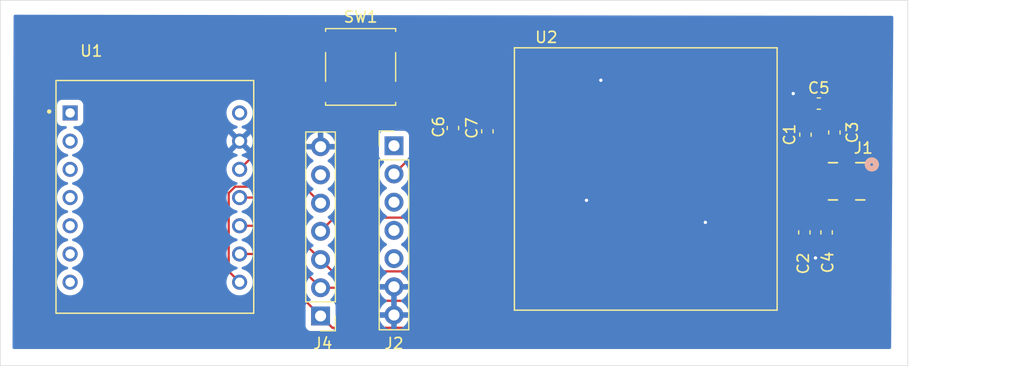
<source format=kicad_pcb>
(kicad_pcb (version 20240108) (generator "pcbnew") (generator_version "8.0")
  (layers (0 "F.Cu" signal) (31 "B.Cu" power) (34 "B.Paste" user) (35 "F.Paste" user) (36 "B.SilkS" user "B.Silkscreen") (37 "F.SilkS" user "F.Silkscreen") (38 "B.Mask" user) (39 "F.Mask" user) (44 "Edge.Cuts" user))
  (net 0 "")
  (net 1 "GND")
  (net 2 "Net-(J1-SIGNAL)")
  (net 3 "Net-(C2-Pad2)")
  (net 4 "Net-(U2-ANT1)")
  (net 5 "Net-(U2-NRESET)")
  (net 6 "+3.3V")
  (net 7 "+VDC")
  (net 8 "-VDC")
  (net 9 "+BATT")
  (net 10 "+5V")
  (net 11 "/EN_13")
  (net 12 "/COMMS_SPI_MISO")
  (net 13 "/COMMS_SPI_CK")
  (net 14 "/COMMS_SPI_MOSI")
  (net 15 "/EN_14")
  (net 16 "/EN_15")
  (net 26 "Net-(SW1-A)")
  (footprint "Capacitor_SMD:C_0603_1608Metric_Pad1.08x0.95mm_HandSolder" (layer "F.Cu") (at 131.2 87.7 90)
    (property "Reference" "C1" (at 0 -1.43 270) (layer "F.SilkS"))
    (property "Value" "82pF")
    (fp_line (start -0.146267 -0.51) (end 0.146267 -0.51) (stroke (width 0.12)) (layer "F.SilkS"))
    (fp_line (start -0.146267 0.51) (end 0.146267 0.51) (stroke (width 0.12)) (layer "F.SilkS"))
    (pad "1" smd roundrect (at -0.8625 0 90) (size 1.075 0.95) (layers "F.Cu" "F.Paste" "F.Mask") (net 2 "Net-(J1-SIGNAL)"))
    (pad "2" smd roundrect (at 0.8625 0 90) (size 1.075 0.95) (layers "F.Cu" "F.Paste" "F.Mask") (net 1 "GND"))
  )
  (footprint "Connector_PinHeader_2.54mm:PinHeader_1x07_P2.54mm_Vertical" (layer "F.Cu") (at 94.2 88.7)
    (property "Reference" "J2" (at 0 17.8 360) (layer "F.SilkS"))
    (property "Value" "Conn_01x07_Socket")
    (fp_line (start -1.33 -1.33) (end 0 -1.33) (stroke (width 0.12)) (layer "F.SilkS"))
    (fp_line (start -1.33 0) (end -1.33 -1.33) (stroke (width 0.12)) (layer "F.SilkS"))
    (fp_line (start -1.33 1.27) (end -1.33 16.57) (stroke (width 0.12)) (layer "F.SilkS"))
    (fp_line (start -1.33 1.27) (end 1.33 1.27) (stroke (width 0.12)) (layer "F.SilkS"))
    (fp_line (start -1.33 16.57) (end 1.33 16.57) (stroke (width 0.12)) (layer "F.SilkS"))
    (fp_line (start 1.33 1.27) (end 1.33 16.57) (stroke (width 0.12)) (layer "F.SilkS"))
    (pad "1" thru_hole rect (at 0 0) (size 1.7 1.7) (drill 1) (layers "*.Cu" "*.Mask") (net 10 "+5V"))
    (pad "2" thru_hole oval (at 0 2.54) (size 1.7 1.7) (drill 1) (layers "*.Cu" "*.Mask") (net 6 "+3.3V"))
    (pad "3" thru_hole oval (at 0 5.08) (size 1.7 1.7) (drill 1) (layers "*.Cu" "*.Mask") (net 9 "+BATT"))
    (pad "4" thru_hole oval (at 0 7.62) (size 1.7 1.7) (drill 1) (layers "*.Cu" "*.Mask") (net 7 "+VDC"))
    (pad "5" thru_hole oval (at 0 10.16) (size 1.7 1.7) (drill 1) (layers "*.Cu" "*.Mask") (net 8 "-VDC"))
    (pad "6" thru_hole oval (at 0 12.7) (size 1.7 1.7) (drill 1) (layers "*.Cu" "*.Mask") (net 1 "GND"))
    (pad "7" thru_hole oval (at 0 15.24) (size 1.7 1.7) (drill 1) (layers "*.Cu" "*.Mask") (net 1 "GND"))
  )
  (footprint "Capacitor_SMD:C_0603_1608Metric_Pad1.08x0.95mm_HandSolder" (layer "F.Cu") (at 99.5 87.1 -90)
    (property "Reference" "C6" (at -0.1 1.3 90) (layer "F.SilkS"))
    (property "Value" "0uF")
    (fp_line (start -0.146267 0.51) (end 0.146267 0.51) (stroke (width 0.12)) (layer "F.SilkS"))
    (fp_line (start -0.146267 -0.51) (end 0.146267 -0.51) (stroke (width 0.12)) (layer "F.SilkS"))
    (pad "1" smd roundrect (at -0.8625 0 270) (size 1.075 0.95) (layers "F.Cu" "F.Paste" "F.Mask") (net 6 "+3.3V"))
    (pad "2" smd roundrect (at 0.8625 0 270) (size 1.075 0.95) (layers "F.Cu" "F.Paste" "F.Mask") (net 1 "GND"))
  )
  (footprint "Capacitor_SMD:C_0603_1608Metric_Pad1.08x0.95mm_HandSolder" (layer "F.Cu") (at 102.6 87.4 -90)
    (property "Reference" "C7" (at -0.3 1.4 90) (layer "F.SilkS"))
    (property "Value" "10uF")
    (fp_line (start -0.146267 0.51) (end 0.146267 0.51) (stroke (width 0.12)) (layer "F.SilkS"))
    (fp_line (start -0.146267 -0.51) (end 0.146267 -0.51) (stroke (width 0.12)) (layer "F.SilkS"))
    (pad "1" smd roundrect (at -0.8625 0 270) (size 1.075 0.95) (layers "F.Cu" "F.Paste" "F.Mask") (net 6 "+3.3V"))
    (pad "2" smd roundrect (at 0.8625 0 270) (size 1.075 0.95) (layers "F.Cu" "F.Paste" "F.Mask") (net 1 "GND"))
  )
  (footprint "Capacitor_SMD:C_0603_1608Metric_Pad1.08x0.95mm_HandSolder" (layer "F.Cu") (at 133.8 87.5 -90)
    (property "Reference" "C3" (at 0 -1.6 90) (layer "F.SilkS"))
    (property "Value" "6.8pF")
    (fp_line (start -0.146267 0.51) (end 0.146267 0.51) (stroke (width 0.12)) (layer "F.SilkS"))
    (fp_line (start -0.146267 -0.51) (end 0.146267 -0.51) (stroke (width 0.12)) (layer "F.SilkS"))
    (pad "1" smd roundrect (at -0.8625 0 270) (size 1.075 0.95) (layers "F.Cu" "F.Paste" "F.Mask") (net 4 "Net-(U2-ANT1)"))
    (pad "2" smd roundrect (at 0.8625 0 270) (size 1.075 0.95) (layers "F.Cu" "F.Paste" "F.Mask") (net 2 "Net-(J1-SIGNAL)"))
  )
  (footprint "Connector_PinHeader_2.54mm:PinHeader_1x07_P2.54mm_Vertical" (layer "F.Cu") (at 87.6 104.025 180)
    (property "Reference" "J4" (at -0.2 -2.475 180) (layer "F.SilkS"))
    (property "Value" "Conn_01x07_Socket")
    (fp_line (start 1.33 1.27) (end 1.33 16.57) (stroke (width 0.12)) (layer "F.SilkS"))
    (fp_line (start -1.33 16.57) (end 1.33 16.57) (stroke (width 0.12)) (layer "F.SilkS"))
    (fp_line (start -1.33 1.27) (end 1.33 1.27) (stroke (width 0.12)) (layer "F.SilkS"))
    (fp_line (start -1.33 1.27) (end -1.33 16.57) (stroke (width 0.12)) (layer "F.SilkS"))
    (fp_line (start -1.33 0) (end -1.33 -1.33) (stroke (width 0.12)) (layer "F.SilkS"))
    (fp_line (start -1.33 -1.33) (end 0 -1.33) (stroke (width 0.12)) (layer "F.SilkS"))
    (pad "1" thru_hole rect (at 0 0 180) (size 1.7 1.7) (drill 1) (layers "*.Cu" "*.Mask") (net 13 "/COMMS_SPI_CK"))
    (pad "2" thru_hole oval (at 0 2.54 180) (size 1.7 1.7) (drill 1) (layers "*.Cu" "*.Mask") (net 12 "/COMMS_SPI_MISO"))
    (pad "3" thru_hole oval (at 0 5.08 180) (size 1.7 1.7) (drill 1) (layers "*.Cu" "*.Mask") (net 14 "/COMMS_SPI_MOSI"))
    (pad "4" thru_hole oval (at 0 7.62 180) (size 1.7 1.7) (drill 1) (layers "*.Cu" "*.Mask") (net 16 "/EN_15"))
    (pad "5" thru_hole oval (at 0 10.16 180) (size 1.7 1.7) (drill 1) (layers "*.Cu" "*.Mask") (net 11 "/EN_13"))
    (pad "6" thru_hole oval (at 0 12.7 180) (size 1.7 1.7) (drill 1) (layers "*.Cu" "*.Mask") (net 15 "/EN_14"))
    (pad "7" thru_hole oval (at 0 15.24 180) (size 1.7 1.7) (drill 1) (layers "*.Cu" "*.Mask") (net 1 "GND"))
  )
  (footprint "Capacitor_SMD:C_0603_1608Metric_Pad1.08x0.95mm_HandSolder" (layer "F.Cu") (at 131.1 96.5 -90)
    (property "Reference" "C4" (at 2.7 -2.1 90) (layer "F.SilkS"))
    (property "Value" "1uF")
    (fp_line (start -0.146267 0.51) (end 0.146267 0.51) (stroke (width 0.12)) (layer "F.SilkS"))
    (fp_line (start -0.146267 -0.51) (end 0.146267 -0.51) (stroke (width 0.12)) (layer "F.SilkS"))
    (pad "1" smd roundrect (at -0.8625 0 270) (size 1.075 0.95) (layers "F.Cu" "F.Paste" "F.Mask") (net 5 "Net-(U2-NRESET)"))
    (pad "2" smd roundrect (at 0.8625 0 270) (size 1.075 0.95) (layers "F.Cu" "F.Paste" "F.Mask") (net 1 "GND"))
  )
  (footprint "Button_Switch_SMD:SW_SPST_B3S-1000" (layer "F.Cu") (at 91.2 81.6)
    (property "Reference" "SW1" (at 0 -4.5 0) (layer "F.SilkS"))
    (property "Value" "SW_SPST")
    (fp_line (start -3.15 -3.45) (end 3.15 -3.45) (stroke (width 0.12)) (layer "F.SilkS"))
    (fp_line (start -3.15 -3.2) (end -3.15 -3.45) (stroke (width 0.12)) (layer "F.SilkS"))
    (fp_line (start -3.15 1.3) (end -3.15 -1.3) (stroke (width 0.12)) (layer "F.SilkS"))
    (fp_line (start -3.15 3.45) (end -3.15 3.2) (stroke (width 0.12)) (layer "F.SilkS"))
    (fp_line (start 3.15 -3.45) (end 3.15 -3.2) (stroke (width 0.12)) (layer "F.SilkS"))
    (fp_line (start 3.15 -1.3) (end 3.15 1.3) (stroke (width 0.12)) (layer "F.SilkS"))
    (fp_line (start 3.15 3.2) (end 3.15 3.45) (stroke (width 0.12)) (layer "F.SilkS"))
    (fp_line (start 3.15 3.45) (end -3.15 3.45) (stroke (width 0.12)) (layer "F.SilkS"))
    (pad "1" smd rect (at -3.975 -2.25) (size 1.55 1.3) (layers "F.Cu" "F.Paste" "F.Mask") (net 26 "Net-(SW1-A)"))
    (pad "1" smd rect (at 3.975 -2.25) (size 1.55 1.3) (layers "F.Cu" "F.Paste" "F.Mask") (net 26 "Net-(SW1-A)"))
    (pad "2" smd rect (at -3.975 2.25) (size 1.55 1.3) (layers "F.Cu" "F.Paste" "F.Mask") (net 6 "+3.3V"))
    (pad "2" smd rect (at 3.975 2.25) (size 1.55 1.3) (layers "F.Cu" "F.Paste" "F.Mask") (net 6 "+3.3V"))
  )
  (footprint "CONMHF1_SMD_G_T:COAX3_CONMHF1-SMD-G-T_TEC" (layer "F.Cu") (at 134.9 91.9)
    (property "Reference" "J1" (at 1.5 -3 0) (layer "F.SilkS"))
    (property "Value" "CONMHF1-SMD-G-T")
    (fp_circle (center 2.2606 -1.5113) (end 2.6416 -1.5113) (stroke (width 0.508)) (fill none) (layer "B.SilkS"))
    (fp_line (start -1.6256 1.6764) (end -0.82804 1.6764) (stroke (width 0.1524)) (layer "F.SilkS"))
    (fp_line (start -0.82804 -1.6764) (end -1.6256 -1.6764) (stroke (width 0.1524)) (layer "F.SilkS"))
    (fp_line (start 0.82804 1.6764) (end 1.6256 1.6764) (stroke (width 0.1524)) (layer "F.SilkS"))
    (fp_line (start 1.6256 -1.6764) (end 0.82804 -1.6764) (stroke (width 0.1524)) (layer "F.SilkS"))
    (fp_arc (start 1.894109 -1.61544) (mid 2.313173 -1.888655) (end 2.6416 -1.5113) (stroke (width 0.508)) (layer "F.SilkS"))
    (fp_arc (start 2.6416 -1.5113) (mid 2.602589 -1.343358) (end 2.493545 -1.209808) (stroke (width 0.508)) (layer "F.SilkS"))
    (pad "1" smd rect (at 0 -1.5113) (size 0.9906 1.0414) (layers "F.Cu" "F.Paste" "F.Mask") (net 2 "Net-(J1-SIGNAL)"))
    (pad "2" smd rect (at -1.4732 0) (size 1.0414 2.2098) (layers "F.Cu" "F.Paste" "F.Mask") (net 3 "Net-(C2-Pad2)"))
    (pad "3" smd rect (at 1.4732 0) (size 1.0414 2.2098) (layers "F.Cu" "F.Paste" "F.Mask") (net 3 "Net-(C2-Pad2)"))
    (pad "4" smd rect (at 0 1.5113) (size 0.9906 1.0414) (layers "F.Cu" "F.Paste" "F.Mask") (net 3 "Net-(C2-Pad2)"))
  )
  (footprint "113991054:MODULE_113991054" (layer "F.Cu") (at 72.7 93.3)
    (property "Reference" "U1" (at -5.715 -13.135 360) (layer "F.SilkS"))
    (property "Value" "113991054")
    (fp_line (start -8.89 -10.4775) (end 8.89 -10.4775) (stroke (width 0.127)) (layer "F.SilkS"))
    (fp_line (start -8.89 10.4775) (end -8.89 -10.4775) (stroke (width 0.127)) (layer "F.SilkS"))
    (fp_line (start 8.89 -10.4775) (end 8.89 10.4775) (stroke (width 0.127)) (layer "F.SilkS"))
    (fp_line (start 8.89 10.4775) (end -8.89 10.4775) (stroke (width 0.127)) (layer "F.SilkS"))
    (fp_circle (center -9.5 -7.6835) (end -9.4 -7.6835) (stroke (width 0.2)) (fill none) (layer "F.SilkS"))
    (pad "1" thru_hole rect (at -7.62 -7.5565) (size 1.358 1.358) (drill 0.85) (layers "*.Cu" "*.Mask"))
    (pad "2" thru_hole circle (at -7.62 -5.0165) (size 1.358 1.358) (drill 0.85) (layers "*.Cu" "*.Mask"))
    (pad "3" thru_hole circle (at -7.62 -2.4765) (size 1.358 1.358) (drill 0.85) (layers "*.Cu" "*.Mask"))
    (pad "4" thru_hole circle (at -7.62 0.0635) (size 1.358 1.358) (drill 0.85) (layers "*.Cu" "*.Mask"))
    (pad "5" thru_hole circle (at -7.62 2.6035) (size 1.358 1.358) (drill 0.85) (layers "*.Cu" "*.Mask"))
    (pad "6" thru_hole circle (at -7.62 5.1435) (size 1.358 1.358) (drill 0.85) (layers "*.Cu" "*.Mask"))
    (pad "7" thru_hole circle (at -7.62 7.6835) (size 1.358 1.358) (drill 0.85) (layers "*.Cu" "*.Mask"))
    (pad "8" thru_hole circle (at 7.62 7.6835) (size 1.358 1.358) (drill 0.85) (layers "*.Cu" "*.Mask") (net 11 "/EN_13"))
    (pad "9" thru_hole circle (at 7.62 5.1435) (size 1.358 1.358) (drill 0.85) (layers "*.Cu" "*.Mask") (net 13 "/COMMS_SPI_CK"))
    (pad "10" thru_hole circle (at 7.62 2.6035) (size 1.358 1.358) (drill 0.85) (layers "*.Cu" "*.Mask") (net 12 "/COMMS_SPI_MISO"))
    (pad "11" thru_hole circle (at 7.62 0.0635) (size 1.358 1.358) (drill 0.85) (layers "*.Cu" "*.Mask") (net 14 "/COMMS_SPI_MOSI"))
    (pad "12" thru_hole circle (at 7.62 -2.4765) (size 1.358 1.358) (drill 0.85) (layers "*.Cu" "*.Mask") (net 6 "+3.3V"))
    (pad "13" thru_hole circle (at 7.62 -5.0165) (size 1.358 1.358) (drill 0.85) (layers "*.Cu" "*.Mask") (net 1 "GND"))
    (pad "14" thru_hole circle (at 7.62 -7.5565) (size 1.358 1.358) (drill 0.85) (layers "*.Cu" "*.Mask"))
  )
  (footprint "MTXDOT-NA1-A00-1:XCVR_MTXDOT-NA1-A00-1" (layer "F.Cu") (at 116.84 91.69)
    (property "Reference" "U2" (at -8.93915 -12.75521 0) (layer "F.SilkS") (effects (font (size 1.001591 1.001591))))
    (property "Value" "MTXDOT-NA1-A00-1")
    (fp_line (start -11.81 -11.81) (end 11.81 -11.81) (stroke (width 0.127)) (layer "F.SilkS"))
    (fp_line (start -11.81 11.81) (end -11.81 -11.81) (stroke (width 0.127)) (layer "F.SilkS"))
    (fp_line (start 11.81 -11.81) (end 11.81 11.81) (stroke (width 0.127)) (layer "F.SilkS"))
    (fp_line (start 11.81 11.81) (end -11.81 11.81) (stroke (width 0.127)) (layer "F.SilkS"))
    (pad "1" smd rect (at -10.68 -9.79) (size 0.99 2.51) (layers "F.Cu" "F.Paste" "F.Mask") (net 1 "GND"))
    (pad "2" smd rect (at -10.68 -7.12) (size 0.75 0.75) (layers "F.Cu" "F.Paste" "F.Mask"))
    (pad "3" smd rect (at -10.68 -5.34) (size 0.75 0.75) (layers "F.Cu" "F.Paste" "F.Mask") (net 6 "+3.3V"))
    (pad "4" smd rect (at -10.68 -3.56) (size 0.75 0.75) (layers "F.Cu" "F.Paste" "F.Mask") (net 6 "+3.3V"))
    (pad "5" smd rect (at -10.68 -1.78) (size 0.75 0.75) (layers "F.Cu" "F.Paste" "F.Mask") (net 1 "GND"))
    (pad "6" smd rect (at -10.67 0) (size 0.75 0.75) (layers "F.Cu" "F.Paste" "F.Mask"))
    (pad "7" smd rect (at -10.67 1.78) (size 0.75 0.75) (layers "F.Cu" "F.Paste" "F.Mask"))
    (pad "8" smd rect (at -10.67 3.56) (size 0.75 0.75) (layers "F.Cu" "F.Paste" "F.Mask"))
    (pad "9" smd rect (at -10.67 5.34) (size 0.75 0.75) (layers "F.Cu" "F.Paste" "F.Mask") (net 16 "/EN_15"))
    (pad "10" smd rect (at -10.67 7.12) (size 0.75 0.75) (layers "F.Cu" "F.Paste" "F.Mask") (net 13 "/COMMS_SPI_CK"))
    (pad "11" smd rect (at -10.67 8.9) (size 0.75 0.75) (layers "F.Cu" "F.Paste" "F.Mask") (net 14 "/COMMS_SPI_MOSI"))
    (pad "12" smd rect (at -10.68 10.67) (size 0.75 0.75) (layers "F.Cu" "F.Paste" "F.Mask") (net 12 "/COMMS_SPI_MISO"))
    (pad "13" smd rect (at -8.9 10.67) (size 0.75 0.75) (layers "F.Cu" "F.Paste" "F.Mask"))
    (pad "14" smd rect (at -7.12 10.67) (size 0.75 0.75) (layers "F.Cu" "F.Paste" "F.Mask"))
    (pad "15" smd rect (at -5.34 10.67) (size 0.75 0.75) (layers "F.Cu" "F.Paste" "F.Mask"))
    (pad "16" smd rect (at -3.56 10.67) (size 0.75 0.75) (layers "F.Cu" "F.Paste" "F.Mask"))
    (pad "17" smd rect (at -1.78 10.67) (size 0.75 0.75) (layers "F.Cu" "F.Paste" "F.Mask") (net 1 "GND"))
    (pad "18" smd rect (at 0 10.67) (size 0.75 0.75) (layers "F.Cu" "F.Paste" "F.Mask"))
    (pad "19" smd rect (at 1.78 10.67) (size 0.75 0.75) (layers "F.Cu" "F.Paste" "F.Mask"))
    (pad "20" smd rect (at 3.56 10.67) (size 0.75 0.75) (layers "F.Cu" "F.Paste" "F.Mask") (net 1 "GND"))
    (pad "21" smd rect (at 5.34 10.67) (size 0.75 0.75) (layers "F.Cu" "F.Paste" "F.Mask"))
    (pad "22" smd rect (at 7.12 10.67) (size 0.75 0.75) (layers "F.Cu" "F.Paste" "F.Mask"))
    (pad "23" smd rect (at 8.9 10.67) (size 0.75 0.75) (layers "F.Cu" "F.Paste" "F.Mask"))
    (pad "24" smd rect (at 10.68 10.67) (size 0.75 0.75) (layers "F.Cu" "F.Paste" "F.Mask"))
    (pad "25" smd rect (at 10.68 8.9) (size 0.75 0.75) (layers "F.Cu" "F.Paste" "F.Mask"))
    (pad "26" smd rect (at 10.68 7.12) (size 0.75 0.75) (layers "F.Cu" "F.Paste" "F.Mask"))
    (pad "27" smd rect (at 10.68 5.33) (size 0.75 0.75) (layers "F.Cu" "F.Paste" "F.Mask"))
    (pad "28" smd rect (at 10.68 3.56) (size 0.75 0.75) (layers "F.Cu" "F.Paste" "F.Mask"))
    (pad "29" smd rect (at 10.68 1.78) (size 0.75 0.75) (layers "F.Cu" "F.Paste" "F.Mask"))
    (pad "30" smd rect (at 10.67 0) (size 0.75 0.75) (layers "F.Cu" "F.Paste" "F.Mask"))
    (pad "31" smd rect (at 10.67 -1.78) (size 0.75 0.75) (layers "F.Cu" "F.Paste" "F.Mask"))
    (pad "32" smd rect (at 10.67 -3.56) (size 0.75 0.75) (layers "F.Cu" "F.Paste" "F.Mask"))
    (pad "33" smd rect (at 10.67 -5.34) (size 0.75 0.75) (layers "F.Cu" "F.Paste" "F.Mask") (net 5 "Net-(U2-NRESET)"))
    (pad "34" smd rect (at 10.67 -7.12) (size 0.75 0.75) (layers "F.Cu" "F.Paste" "F.Mask") (net 26 "Net-(SW1-A)"))
    (pad "35" smd rect (at 10.67 -8.9) (size 0.75 0.75) (layers "F.Cu" "F.Paste" "F.Mask") (net 1 "GND"))
    (pad "36" smd rect (at 10.67 -10.68) (size 0.75 0.75) (layers "F.Cu" "F.Paste" "F.Mask") (net 1 "GND"))
    (pad "37" smd rect (at 8.9 -10.68) (size 0.75 0.75) (layers "F.Cu" "F.Paste" "F.Mask") (net 4 "Net-(U2-ANT1)"))
    (pad "38" smd rect (at 7.12 -10.68) (size 0.75 0.75) (layers "F.Cu" "F.Paste" "F.Mask") (net 1 "GND"))
    (pad "39" smd rect (at 5.34 -10.68) (size 0.75 0.75) (layers "F.Cu" "F.Paste" "F.Mask") (net 1 "GND"))
    (pad "40" smd rect (at 3.56 -10.68) (size 0.75 0.75) (layers "F.Cu" "F.Paste" "F.Mask") (net 1 "GND"))
    (pad "41" smd rect (at 1.78 -10.68) (size 0.75 0.75) (layers "F.Cu" "F.Paste" "F.Mask") (net 1 "GND"))
    (pad "42" smd rect (at 0 -10.67) (size 0.75 0.75) (layers "F.Cu" "F.Paste" "F.Mask") (net 1 "GND"))
    (pad "43" smd rect (at -1.78 -10.67) (size 0.75 0.75) (layers "F.Cu" "F.Paste" "F.Mask") (net 1 "GND"))
    (pad "44" smd rect (at -3.56 -10.67) (size 0.75 0.75) (layers "F.Cu" "F.Paste" "F.Mask") (net 1 "GND"))
    (pad "45" smd rect (at -5.34 -10.67) (size 0.75 0.75) (layers "F.Cu" "F.Paste" "F.Mask") (net 1 "GND"))
    (pad "46" smd rect (at -7.12 -10.67) (size 0.75 0.75) (layers "F.Cu" "F.Paste" "F.Mask") (net 1 "GND"))
    (pad "47" smd rect (at -8.9 -10.67) (size 0.75 0.75) (layers "F.Cu" "F.Paste" "F.Mask"))
    (pad "48" smd rect (at 7.11 -8.89) (size 0.75 0.75) (layers "F.Cu" "F.Paste" "F.Mask") (net 1 "GND"))
    (pad "49" smd rect (at -7.11 -8.89) (size 0.75 0.75) (layers "F.Cu" "F.Paste" "F.Mask") (net 1 "GND"))
    (pad "50" smd rect (at -5.33 -5.33) (size 0.75 0.75) (layers "F.Cu" "F.Paste" "F.Mask") (net 1 "GND"))
    (pad "51" smd rect (at 0 -5.33) (size 0.75 0.75) (layers "F.Cu" "F.Paste" "F.Mask") (net 1 "GND"))
    (pad "52" smd rect (at 5.33 -5.33) (size 0.75 0.75) (layers "F.Cu" "F.Paste" "F.Mask") (net 1 "GND"))
    (pad "53" smd rect (at -5.33 0) (size 0.75 0.75) (layers "F.Cu" "F.Paste" "F.Mask") (net 1 "GND"))
    (pad "54" smd rect (at 0 0) (size 0.75 0.75) (layers "F.Cu" "F.Paste" "F.Mask") (net 1 "GND"))
    (pad "55" smd rect (at 5.33 0) (size 0.75 0.75) (layers "F.Cu" "F.Paste" "F.Mask") (net 1 "GND"))
    (pad "56" smd rect (at -5.33 5.33) (size 0.75 0.75) (layers "F.Cu" "F.Paste" "F.Mask") (net 1 "GND"))
    (pad "57" smd rect (at 0 5.33) (size 0.75 0.75) (layers "F.Cu" "F.Paste" "F.Mask") (net 1 "GND"))
    (pad "58" smd rect (at 5.33 5.33) (size 0.75 0.75) (layers "F.Cu" "F.Paste" "F.Mask") (net 1 "GND"))
  )
  (footprint "Capacitor_SMD:C_0603_1608Metric_Pad1.08x0.95mm_HandSolder" (layer "F.Cu") (at 132.4 84.9 180)
    (property "Reference" "C5" (at 0 1.4 180) (layer "F.SilkS"))
    (property "Value" "7.5pF")
    (fp_line (start -0.146267 0.51) (end 0.146267 0.51) (stroke (width 0.12)) (layer "F.SilkS"))
    (fp_line (start -0.146267 -0.51) (end 0.146267 -0.51) (stroke (width 0.12)) (layer "F.SilkS"))
    (pad "1" smd roundrect (at -0.8625 0 180) (size 1.075 0.95) (layers "F.Cu" "F.Paste" "F.Mask") (net 4 "Net-(U2-ANT1)"))
    (pad "2" smd roundrect (at 0.8625 0 180) (size 1.075 0.95) (layers "F.Cu" "F.Paste" "F.Mask") (net 1 "GND"))
  )
  (footprint "Capacitor_SMD:C_0603_1608Metric_Pad1.08x0.95mm_HandSolder" (layer "F.Cu") (at 133.1 96.5 90)
    (property "Reference" "C2" (at -2.8 -2.1 270) (layer "F.SilkS"))
    (property "Value" "4.7pF")
    (fp_line (start -0.146267 -0.51) (end 0.146267 -0.51) (stroke (width 0.12)) (layer "F.SilkS"))
    (fp_line (start -0.146267 0.51) (end 0.146267 0.51) (stroke (width 0.12)) (layer "F.SilkS"))
    (pad "1" smd roundrect (at -0.8625 0 90) (size 1.075 0.95) (layers "F.Cu" "F.Paste" "F.Mask") (net 1 "GND"))
    (pad "2" smd roundrect (at 0.8625 0 90) (size 1.075 0.95) (layers "F.Cu" "F.Paste" "F.Mask") (net 3 "Net-(C2-Pad2)"))
  )
  (gr_rect (start 58.8 75.6) (end 140.4 108.5) (stroke (width 0.05)) (fill none) (layer "Edge.Cuts"))
  (segment (start 109.72 81.02) (end 109.72 82.79) (width 0.2) (layer "F.Cu") (net 1))
  (segment (start 123.95 81.02) (end 123.96 81.01) (width 0.2) (layer "F.Cu") (net 1))
  (segment (start 106.16 81.9) (end 108.84 81.9) (width 0.2) (layer "F.Cu") (net 1))
  (segment (start 111.51 91.69) (end 111.51 93.61) (width 0.2) (layer "F.Cu") (net 1))
  (segment (start 127.51 81.01) (end 127.51 82.79) (width 0.2) (layer "F.Cu") (net 1))
  (segment (start 131.1 97.3625) (end 133.1 97.3625) (width 0.2) (layer "F.Cu") (net 1))
  (segment (start 116.84 86.36) (end 122.17 86.36) (width 0.2) (layer "F.Cu") (net 1))
  (segment (start 115.06 102.36) (end 115.06 98.8) (width 0.2) (layer "F.Cu") (net 1))
  (segment (start 131 84.9) (end 130.1 84) (width 0.2) (layer "F.Cu") (net 1))
  (segment (start 122.17 95.63) (end 122.2 95.6) (width 0.2) (layer "F.Cu") (net 1))
  (segment (start 120.4 98.79) (end 122.17 97.02) (width 0.2) (layer "F.Cu") (net 1))
  (segment (start 99.5 87.9625) (end 102.3 87.9625) (width 0.2) (layer "F.Cu") (net 1))
  (segment (start 111.51 86.36) (end 111.51 91.69) (width 0.2) (layer "F.Cu") (net 1))
  (segment (start 109.73 89.91) (end 111.51 91.69) (width 0.2) (layer "F.Cu") (net 1))
  (segment (start 111.51 97.02) (end 122.17 97.02) (width 0.2) (layer "F.Cu") (net 1))
  (segment (start 109.72 82.79) (end 109.73 82.8) (width 0.2) (layer "F.Cu") (net 1))
  (segment (start 106.16 89.91) (end 109.73 89.91) (width 0.2) (layer "F.Cu") (net 1))
  (segment (start 131.2 85.2375) (end 131.5375 84.9) (width 0.2) (layer "F.Cu") (net 1))
  (segment (start 109.73 82.8) (end 112.8 82.8) (width 0.2) (layer "F.Cu") (net 1))
  (segment (start 120.4 102.36) (end 120.4 98.79) (width 0.2) (layer "F.Cu") (net 1))
  (segment (start 116.84 91.69) (end 111.51 91.69) (width 0.2) (layer "F.Cu") (net 1))
  (segment (start 123.95 82.8) (end 123.95 81.02) (width 0.2) (layer "F.Cu") (net 1))
  (segment (start 102.6 88.2625) (end 104.5125 88.2625) (width 0.2) (layer "F.Cu") (net 1))
  (segment (start 131.1 97.3625) (end 131.1 97.8) (width 0.2) (layer "F.Cu") (net 1))
  (segment (start 123.95 82.8) (end 127.5 82.8) (width 0.2) (layer "F.Cu") (net 1))
  (segment (start 131.5375 84.9) (end 131 84.9) (width 0.2) (layer "F.Cu") (net 1))
  (segment (start 122.17 86.36) (end 122.17 91.69) (width 0.2) (layer "F.Cu") (net 1))
  (segment (start 122.17 91.69) (end 116.84 91.69) (width 0.2) (layer "F.Cu") (net 1))
  (segment (start 127.5 82.8) (end 127.51 82.79) (width 0.2) (layer "F.Cu") (net 1))
  (segment (start 108.84 81.9) (end 109.72 81.02) (width 0.2) (layer "F.Cu") (net 1))
  (segment (start 122.17 97.02) (end 122.17 95.63) (width 0.2) (layer "F.Cu") (net 1))
  (segment (start 111.51 97.02) (end 111.51 93.61) (width 0.2) (layer "F.Cu") (net 1))
  (segment (start 131.2 86.8375) (end 131.2 85.2375) (width 0.2) (layer "F.Cu") (net 1))
  (segment (start 109.72 81.02) (end 123.95 81.02) (width 0.2) (layer "F.Cu") (net 1))
  (segment (start 115.06 98.8) (end 116.84 97.02) (width 0.2) (layer "F.Cu") (net 1))
  (segment (start 131.1 97.8) (end 132.1 98.8) (width 0.2) (layer "F.Cu") (net 1))
  (segment (start 102.3 87.9625) (end 102.6 88.2625) (width 0.2) (layer "F.Cu") (net 1))
  (segment (start 104.5125 88.2625) (end 106.16 89.91) (width 0.2) (layer "F.Cu") (net 1))
  (via (at 111.51 93.61) (size 0.6) (drill 0.3) (layers "F.Cu" "B.Cu") (net 1))
  (via (at 130.1 84) (size 0.6) (drill 0.3) (layers "F.Cu" "B.Cu") (net 1))
  (via (at 132.1 98.8) (size 0.6) (drill 0.3) (layers "F.Cu" "B.Cu") (net 1))
  (via (at 122.2 95.6) (size 0.6) (drill 0.3) (layers "F.Cu" "B.Cu") (net 1))
  (via (at 112.8 82.8) (size 0.6) (drill 0.3) (layers "F.Cu" "B.Cu") (net 1))
  (segment (start 131.2 88.5625) (end 133.6 88.5625) (width 0.2) (layer "F.Cu") (net 2))
  (segment (start 133.6 88.5625) (end 133.8 88.3625) (width 0.2) (layer "F.Cu") (net 2))
  (segment (start 134.9 89.4625) (end 133.8 88.3625) (width 0.2) (layer "F.Cu") (net 2))
  (segment (start 134.9 90.3887) (end 134.9 89.4625) (width 0.2) (layer "F.Cu") (net 2))
  (segment (start 134.9 93.8375) (end 133.1 95.6375) (width 0.2) (layer "F.Cu") (net 3))
  (segment (start 136.3732 91.9) (end 136.3732 91.9381) (width 0.2) (layer "F.Cu") (net 3))
  (segment (start 136.3732 91.9381) (end 134.9 93.4113) (width 0.2) (layer "F.Cu") (net 3))
  (segment (start 134.9 93.4113) (end 134.9 93.8375) (width 0.2) (layer "F.Cu") (net 3))
  (segment (start 133.4268 91.9) (end 133.4268 91.9381) (width 0.2) (layer "F.Cu") (net 3))
  (segment (start 133.4268 91.9381) (end 134.9 93.4113) (width 0.2) (layer "F.Cu") (net 3))
  (segment (start 133.2625 84.9) (end 133.2625 86.1) (width 0.2) (layer "F.Cu") (net 4))
  (segment (start 125.74 81.01) (end 126.415 80.335) (width 0.2) (layer "F.Cu") (net 4))
  (segment (start 126.415 80.335) (end 128.6975 80.335) (width 0.2) (layer "F.Cu") (net 4))
  (segment (start 128.6975 80.335) (end 133.2625 84.9) (width 0.2) (layer "F.Cu") (net 4))
  (segment (start 133.2625 86.1) (end 133.8 86.6375) (width 0.2) (layer "F.Cu") (net 4))
  (segment (start 131.1 89.94) (end 131.1 95.6375) (width 0.2) (layer "F.Cu") (net 5))
  (segment (start 127.51 86.35) (end 131.1 89.94) (width 0.2) (layer "F.Cu") (net 5))
  (segment (start 102.6 86.5375) (end 105.9725 86.5375) (width 0.2) (layer "F.Cu") (net 6))
  (segment (start 94.2 91.24) (end 99.2025 86.2375) (width 0.2) (layer "F.Cu") (net 6))
  (segment (start 99.2025 86.2375) (end 99.5 86.2375) (width 0.2) (layer "F.Cu") (net 6))
  (segment (start 102.3 86.2375) (end 102.6 86.5375) (width 0.2) (layer "F.Cu") (net 6))
  (segment (start 106.16 88.13) (end 106.16 86.35) (width 0.2) (layer "F.Cu") (net 6))
  (segment (start 99.5 86.2375) (end 101.2 86.2375) (width 0.2) (layer "F.Cu") (net 6))
  (segment (start 95.175 83.85) (end 87.225 83.85) (width 0.2) (layer "F.Cu") (net 6))
  (segment (start 80.32 90.8235) (end 87.225 83.9185) (width 0.2) (layer "F.Cu") (net 6))
  (segment (start 87.225 83.9185) (end 87.225 83.85) (width 0.2) (layer "F.Cu") (net 6))
  (segment (start 97.1125 83.85) (end 99.5 86.2375) (width 0.2) (layer "F.Cu") (net 6))
  (segment (start 95.175 83.85) (end 97.1125 83.85) (width 0.2) (layer "F.Cu") (net 6))
  (segment (start 101.2 86.2375) (end 102.3 86.2375) (width 0.2) (layer "F.Cu") (net 6))
  (segment (start 105.9725 86.5375) (end 106.16 86.35) (width 0.2) (layer "F.Cu") (net 6))
  (segment (start 80.32 100.9835) (end 79.341 100.0045) (width 0.2) (layer "F.Cu") (net 11))
  (segment (start 86.1195 92.3845) (end 87.6 93.865) (width 0.2) (layer "F.Cu") (net 11))
  (segment (start 79.341 100.0045) (end 79.341 92.957984) (width 0.2) (layer "F.Cu") (net 11))
  (segment (start 79.341 92.957984) (end 79.914484 92.3845) (width 0.2) (layer "F.Cu") (net 11))
  (segment (start 79.914484 92.3845) (end 86.1195 92.3845) (width 0.2) (layer "F.Cu") (net 11))
  (segment (start 89.574314 101.485) (end 90.749314 102.66) (width 0.2) (layer "F.Cu") (net 12))
  (segment (start 105.86 102.66) (end 106.16 102.36) (width 0.2) (layer "F.Cu") (net 12))
  (segment (start 90.749314 102.66) (end 105.86 102.66) (width 0.2) (layer "F.Cu") (net 12))
  (segment (start 82.0185 95.9035) (end 87.6 101.485) (width 0.2) (layer "F.Cu") (net 12))
  (segment (start 87.6 101.485) (end 89.574314 101.485) (width 0.2) (layer "F.Cu") (net 12))
  (segment (start 80.32 95.9035) (end 82.0185 95.9035) (width 0.2) (layer "F.Cu") (net 12))
  (segment (start 80.32 98.4435) (end 82.0185 98.4435) (width 0.2) (layer "F.Cu") (net 13))
  (segment (start 106.845 103.355) (end 106.845 99.485) (width 0.2) (layer "F.Cu") (net 13))
  (segment (start 87.6 104.025) (end 88.665 105.09) (width 0.2) (layer "F.Cu") (net 13))
  (segment (start 105.11 105.09) (end 106.845 103.355) (width 0.2) (layer "F.Cu") (net 13))
  (segment (start 88.665 105.09) (end 105.11 105.09) (width 0.2) (layer "F.Cu") (net 13))
  (segment (start 106.845 99.485) (end 106.17 98.81) (width 0.2) (layer "F.Cu") (net 13))
  (segment (start 82.0185 98.4435) (end 87.6 104.025) (width 0.2) (layer "F.Cu") (net 13))
  (segment (start 82.0185 93.3635) (end 87.6 98.945) (width 0.2) (layer "F.Cu") (net 14))
  (segment (start 105.59 100.01) (end 106.17 100.59) (width 0.2) (layer "F.Cu") (net 14))
  (segment (start 87.6 98.945) (end 88.665 100.01) (width 0.2) (layer "F.Cu") (net 14))
  (segment (start 80.32 93.3635) (end 82.0185 93.3635) (width 0.2) (layer "F.Cu") (net 14))
  (segment (start 88.665 100.01) (end 105.59 100.01) (width 0.2) (layer "F.Cu") (net 14))
  (segment (start 87.6 96.405) (end 88.835 95.17) (width 0.2) (layer "F.Cu") (net 16))
  (segment (start 104.31 95.17) (end 106.17 97.03) (width 0.2) (layer "F.Cu") (net 16))
  (segment (start 88.835 95.17) (end 104.31 95.17) (width 0.2) (layer "F.Cu") (net 16))
  (segment (start 87.225 79.35) (end 95.175 79.35) (width 0.2) (layer "F.Cu") (net 26))
  (segment (start 99.28 83.455) (end 109.055 83.455) (width 0.2) (layer "F.Cu") (net 26))
  (segment (start 95.175 79.35) (end 99.28 83.455) (width 0.2) (layer "F.Cu") (net 26))
  (segment (start 110.17 84.57) (end 127.51 84.57) (width 0.2) (layer "F.Cu") (net 26))
  (segment (start 109.055 83.455) (end 110.17 84.57) (width 0.2) (layer "F.Cu") (net 26))
  (zone (net 1) (net_name "GND") (layer "B.Cu") (connect_pads (clearance 0.5)) (min_thickness 0.25) (fill yes (thermal_gap 0.5) (thermal_bridge_width 0.5))
    (polygon (pts (xy 60 76.9) (xy 139.1 77) (xy 138.9 107) (xy 59.9 107)))
  )
)
</source>
